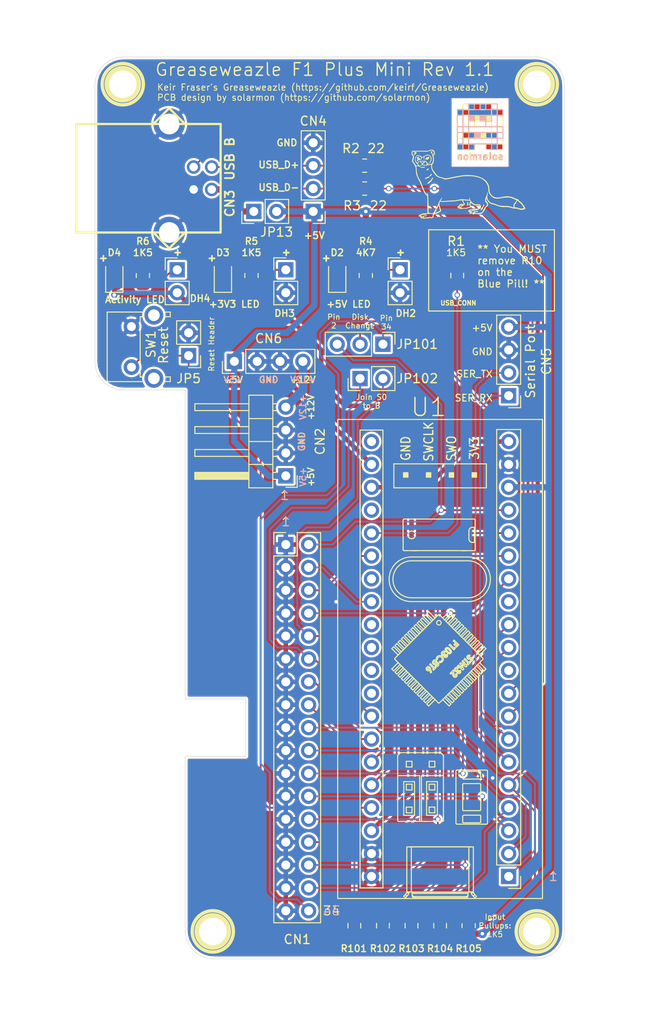
<source format=kicad_pcb>
(kicad_pcb (version 20171130) (host pcbnew "(5.1.9)-1")
  (title_block (title "Greaseweazle F1 Plus Mini") (date 2021-06-25) (rev 1) (company solarmon))
  (layers (0 F.Cu signal) (31 B.Cu signal) (34 B.Paste user) (35 F.Paste user) (36 B.SilkS user) (37 F.SilkS user) (38 B.Mask user) (39 F.Mask user) (44 Edge.Cuts user))
  (net 0 "")
  (net 1 GND)
  (net 2 +3V3)
  (net 3 +5V)
  (net 4 /_SIDE)
  (net 5 /_DKRD)
  (net 6 /_WRPROT)
  (net 7 /_TRK0)
  (net 8 /_DKWE)
  (net 9 /_DKWD)
  (net 10 /_STEP)
  (net 11 /_DIR)
  (net 12 /_INDEX)
  (net 13 /_DENSEL)
  (net 14 /USB_CONN)
  (net 15 "Net-(U1-Pad13)")
  (net 16 "Net-(U1-Pad32)")
  (net 17 "Net-(U1-Pad31)")
  (net 18 "Net-(U1-Pad30)")
  (net 19 "Net-(U1-Pad10)")
  (net 20 "Net-(U1-Pad29)")
  (net 21 /SER_RX)
  (net 22 /SER_TX)
  (net 23 "Net-(U1-Pad21)")
  (net 24 /USB_D+)
  (net 25 /USB_D-)
  (net 26 "Net-(D2-Pad2)")
  (net 27 /_ACT)
  (net 28 /_RST)
  (net 29 "Net-(D3-Pad2)")
  (net 30 "Net-(D4-Pad2)")
  (net 31 /USB_CONN_D+)
  (net 32 /USB_CONN_D-)
  (net 33 /ID1)
  (net 34 /FLIPPY)
  (net 35 /SPARE2)
  (net 36 /SPARE1)
  (net 37 /_MTR0)
  (net 38 /_SEL0)
  (net 39 /_SEL1)
  (net 40 /_MTR1)
  (net 41 /_RDY)
  (net 42 "Net-(CN2-Pad4)")
  (net 43 "Net-(CN1-Pad34)")
  (net 44 "Net-(CN3-Pad1)")
  (module Connector_PinHeader_2.54mm:PinHeader_1x02_P2.54mm_Vertical (layer F.Cu) (at 114.554 55.118 90)
    (fp_text reference JP13 (at -2.286 2.54 180) (layer F.SilkS))
    (fp_text value Jumper_NC_Small)
    (pad 2 thru_hole oval (at 0 2.54 90) (size 1.7 1.7) (drill 1) (layers *.Cu *.Mask) (net 3 +5V))
    (pad 1 thru_hole rect (at 0 0 90) (size 1.7 1.7) (drill 1) (layers *.Cu *.Mask) (net 44 "Net-(CN3-Pad1)"))
  )
  (module Connector_PinHeader_2.54mm:PinHeader_1x04_P2.54mm_Vertical (layer F.Cu) (at 112.395 71.755 90)
    (fp_text reference CN6 (at 2.54 3.81 180) (layer F.SilkS))
    (fp_text value "Input Floppy Power")
    (pad 4 thru_hole oval (at 0 7.62 90) (size 1.7 1.7) (drill 1) (layers *.Cu *.Mask) (net 42 "Net-(CN2-Pad4)"))
    (pad 3 thru_hole oval (at 0 5.08 90) (size 1.7 1.7) (drill 1) (layers *.Cu *.Mask) (net 1 GND))
    (pad 2 thru_hole oval (at 0 2.54 90) (size 1.7 1.7) (drill 1) (layers *.Cu *.Mask) (net 1 GND))
    (pad 1 thru_hole rect (at 0 0 90) (size 1.7 1.7) (drill 1) (layers *.Cu *.Mask) (net 3 +5V))
  )
  (module Connector_PinHeader_2.54mm:PinHeader_1x02_P2.54mm_Vertical (layer F.Cu) (at 126.365 73.66 90)
    (fp_text reference JP102 (at 0 6.35 180) (layer F.SilkS))
    (fp_text value Jumper_NO_Small)
    (pad 2 thru_hole oval (at 0 2.54 90) (size 1.7 1.7) (drill 1) (layers *.Cu *.Mask) (net 37 /_MTR0))
    (pad 1 thru_hole rect (at 0 0 90) (size 1.7 1.7) (drill 1) (layers *.Cu *.Mask) (net 39 /_SEL1))
  )
  (module Connector_PinHeader_2.54mm:PinHeader_1x03_P2.54mm_Vertical (layer F.Cu) (at 128.905 69.85 270)
    (fp_text reference JP101 (at 0 -3.81 180) (layer F.SilkS))
    (fp_text value Jumper_3_Bridged12)
    (pad 3 thru_hole oval (at 0 5.08 270) (size 1.7 1.7) (drill 1) (layers *.Cu *.Mask) (net 13 /_DENSEL))
    (pad 2 thru_hole oval (at 0 2.54 270) (size 1.7 1.7) (drill 1) (layers *.Cu *.Mask) (net 41 /_RDY))
    (pad 1 thru_hole rect (at 0 0 270) (size 1.7 1.7) (drill 1) (layers *.Cu *.Mask) (net 43 "Net-(CN1-Pad34)"))
  )
  (module Kicad-STM32-master:YAAJ_BluePill_1 (layer F.Cu) (at 142.875 128.905 180)
    (fp_text reference U1 (at 8.89 52.07) (layer F.SilkS) (effects (font (size 2 2))))
    (fp_text value "Blue Pill" hide)
    (fp_text user 3V3 (at 3.81 47.498 90 unlocked) (layer F.SilkS) (effects (font (size 1 0.9))))
    (fp_text user SWO (at 6.35 47.498 90 unlocked) (layer F.SilkS) (effects (font (size 1 0.9))))
    (fp_text user SWCLK (at 8.89 48.26 90 unlocked) (layer F.SilkS) (effects (font (size 1 0.9))))
    (fp_text user GND (at 11.43 47.498 90 unlocked) (layer F.SilkS) (effects (font (size 1 0.9))))
    (pad 40 thru_hole circle (at 15.24 0 180) (size 1.7 1.7) (drill 1) (layers *.Cu *.Mask) (net 1 GND))
    (pad 1 thru_hole rect (at 0 0 180) (size 1.7 1.7) (drill 1) (layers *.Cu *.Mask) (net 11 /_DIR))
    (pad 39 thru_hole circle (at 15.24 2.54 180) (size 1.7 1.7) (drill 1) (layers *.Cu *.Mask) (net 1 GND))
    (pad 2 thru_hole circle (at 0 2.54 180) (size 1.7 1.7) (drill 1) (layers *.Cu *.Mask) (net 10 /_STEP))
    (pad 38 thru_hole circle (at 15.24 5.08 180) (size 1.7 1.7) (drill 1) (layers *.Cu *.Mask) (net 2 +3V3))
    (pad 3 thru_hole circle (at 0 5.08 180) (size 1.7 1.7) (drill 1) (layers *.Cu *.Mask) (net 8 /_DKWE))
    (pad 37 thru_hole circle (at 15.24 7.62 180) (size 1.7 1.7) (drill 1) (layers *.Cu *.Mask) (net 28 /_RST))
    (pad 4 thru_hole circle (at 0 7.62 180) (size 1.7 1.7) (drill 1) (layers *.Cu *.Mask) (net 4 /_SIDE))
    (pad 36 thru_hole circle (at 15.24 10.16 180) (size 1.7 1.7) (drill 1) (layers *.Cu *.Mask) (net 37 /_MTR0))
    (pad 5 thru_hole circle (at 0 10.16 180) (size 1.7 1.7) (drill 1) (layers *.Cu *.Mask) (net 41 /_RDY))
    (pad 35 thru_hole circle (at 15.24 12.7 180) (size 1.7 1.7) (drill 1) (layers *.Cu *.Mask) (net 38 /_SEL0))
    (pad 6 thru_hole circle (at 0 12.7 180) (size 1.7 1.7) (drill 1) (layers *.Cu *.Mask) (net 22 /SER_TX))
    (pad 34 thru_hole circle (at 15.24 15.24 180) (size 1.7 1.7) (drill 1) (layers *.Cu *.Mask) (net 40 /_MTR1))
    (pad 7 thru_hole circle (at 0 15.24 180) (size 1.7 1.7) (drill 1) (layers *.Cu *.Mask) (net 21 /SER_RX))
    (pad 33 thru_hole circle (at 15.24 17.78 180) (size 1.7 1.7) (drill 1) (layers *.Cu *.Mask) (net 39 /_SEL1))
    (pad 8 thru_hole circle (at 0 17.78 180) (size 1.7 1.7) (drill 1) (layers *.Cu *.Mask) (net 25 /USB_D-))
    (pad 32 thru_hole circle (at 15.24 20.32 180) (size 1.7 1.7) (drill 1) (layers *.Cu *.Mask) (net 16 "Net-(U1-Pad32)"))
    (pad 9 thru_hole circle (at 0 20.32 180) (size 1.7 1.7) (drill 1) (layers *.Cu *.Mask) (net 24 /USB_D+))
    (pad 31 thru_hole circle (at 15.24 22.86 180) (size 1.7 1.7) (drill 1) (layers *.Cu *.Mask) (net 17 "Net-(U1-Pad31)"))
    (pad 10 thru_hole circle (at 0 22.86 180) (size 1.7 1.7) (drill 1) (layers *.Cu *.Mask) (net 19 "Net-(U1-Pad10)"))
    (pad 30 thru_hole circle (at 15.24 25.4 180) (size 1.7 1.7) (drill 1) (layers *.Cu *.Mask) (net 18 "Net-(U1-Pad30)"))
    (pad 11 thru_hole circle (at 0 25.4 180) (size 1.7 1.7) (drill 1) (layers *.Cu *.Mask) (net 5 /_DKRD))
    (pad 29 thru_hole circle (at 15.24 27.94 180) (size 1.7 1.7) (drill 1) (layers *.Cu *.Mask) (net 20 "Net-(U1-Pad29)"))
    (pad 12 thru_hole circle (at 0 27.94 180) (size 1.7 1.7) (drill 1) (layers *.Cu *.Mask) (net 9 /_DKWD))
    (pad 28 thru_hole circle (at 15.24 30.48 180) (size 1.7 1.7) (drill 1) (layers *.Cu *.Mask) (net 36 /SPARE1))
    (pad 13 thru_hole circle (at 0 30.48 180) (size 1.7 1.7) (drill 1) (layers *.Cu *.Mask) (net 15 "Net-(U1-Pad13)"))
    (pad 27 thru_hole circle (at 15.24 33.02 180) (size 1.7 1.7) (drill 1) (layers *.Cu *.Mask) (net 34 /FLIPPY))
    (pad 14 thru_hole circle (at 0 33.02 180) (size 1.7 1.7) (drill 1) (layers *.Cu *.Mask) (net 12 /_INDEX))
    (pad 26 thru_hole circle (at 15.24 35.56 180) (size 1.7 1.7) (drill 1) (layers *.Cu *.Mask) (net 35 /SPARE2))
    (pad 15 thru_hole circle (at 0 35.56 180) (size 1.7 1.7) (drill 1) (layers *.Cu *.Mask) (net 7 /_TRK0))
    (pad 25 thru_hole circle (at 15.24 38.1 180) (size 1.7 1.7) (drill 1) (layers *.Cu *.Mask) (net 14 /USB_CONN))
    (pad 16 thru_hole circle (at 0 38.1 180) (size 1.7 1.7) (drill 1) (layers *.Cu *.Mask) (net 6 /_WRPROT))
    (pad 24 thru_hole circle (at 15.24 40.64 180) (size 1.7 1.7) (drill 1) (layers *.Cu *.Mask) (net 33 /ID1))
    (pad 17 thru_hole circle (at 0 40.64 180) (size 1.7 1.7) (drill 1) (layers *.Cu *.Mask) (net 13 /_DENSEL))
    (pad 23 thru_hole circle (at 15.24 43.18 180) (size 1.7 1.7) (drill 1) (layers *.Cu *.Mask) (net 2 +3V3))
    (pad 18 thru_hole circle (at 0 43.18 180) (size 1.7 1.7) (drill 1) (layers *.Cu *.Mask) (net 3 +5V))
    (pad 22 thru_hole circle (at 15.24 45.72 180) (size 1.7 1.7) (drill 1) (layers *.Cu *.Mask) (net 27 /_ACT))
    (pad 19 thru_hole circle (at 0 45.72 180) (size 1.7 1.7) (drill 1) (layers *.Cu *.Mask) (net 1 GND))
    (pad 21 thru_hole circle (at 15.24 48.26 180) (size 1.7 1.7) (drill 1) (layers *.Cu *.Mask) (net 23 "Net-(U1-Pad21)"))
    (pad 20 thru_hole circle (at 0 48.26 180) (size 1.7 1.7) (drill 1) (layers *.Cu *.Mask) (net 2 +3V3))
  )
  (module Button_Switch_THT:SW_Tactile_SPST_Angled_PTS645Vx83-2LFS (layer F.Cu) (at 100.965 72.39 90)
    (fp_text reference SW1 (at 2.54 2.159 90) (layer F.SilkS))
    (fp_text value Reset (at 2.413 3.556 90) (layer F.SilkS))
    (pad "" thru_hole circle (at -1.25 2.49 90) (size 2.1 2.1) (drill 1.3) (layers *.Cu *.Mask))
    (pad 1 thru_hole circle (at 0 0 90) (size 1.75 1.75) (drill 0.99) (layers *.Cu *.Mask) (net 28 /_RST))
    (pad 2 thru_hole circle (at 4.5 0 90) (size 1.75 1.75) (drill 0.99) (layers *.Cu *.Mask) (net 1 GND))
    (pad "" thru_hole circle (at 5.76 2.49 90) (size 2.1 2.1) (drill 1.3) (layers *.Cu *.Mask))
  )
  (module Connector_PinHeader_2.54mm:PinHeader_1x04_P2.54mm_Vertical (layer F.Cu) (at 142.875 75.565 180)
    (fp_text reference CN5 (at -4.191 3.81 90) (layer F.SilkS))
    (fp_text value "Serial Port" (at -2.413 3.81 90) (layer F.SilkS))
    (pad 4 thru_hole oval (at 0 7.62 180) (size 1.7 1.7) (drill 1) (layers *.Cu *.Mask) (net 3 +5V))
    (pad 3 thru_hole oval (at 0 5.08 180) (size 1.7 1.7) (drill 1) (layers *.Cu *.Mask) (net 1 GND))
    (pad 2 thru_hole oval (at 0 2.54 180) (size 1.7 1.7) (drill 1) (layers *.Cu *.Mask) (net 22 /SER_TX))
    (pad 1 thru_hole rect (at 0 0 180) (size 1.7 1.7) (drill 1) (layers *.Cu *.Mask) (net 21 /SER_RX))
  )
  (module Connector_PinHeader_2.54mm:PinHeader_1x04_P2.54mm_Vertical (layer F.Cu) (at 121.158 55.118 180)
    (fp_text reference CN4 (at 0 10.033) (layer F.SilkS))
    (fp_text value "USB Header")
    (pad 4 thru_hole oval (at 0 7.62 180) (size 1.7 1.7) (drill 1) (layers *.Cu *.Mask) (net 1 GND))
    (pad 3 thru_hole oval (at 0 5.08 180) (size 1.7 1.7) (drill 1) (layers *.Cu *.Mask) (net 31 /USB_CONN_D+))
    (pad 2 thru_hole oval (at 0 2.54 180) (size 1.7 1.7) (drill 1) (layers *.Cu *.Mask) (net 32 /USB_CONN_D-))
    (pad 1 thru_hole rect (at 0 0 180) (size 1.7 1.7) (drill 1) (layers *.Cu *.Mask) (net 3 +5V))
  )
  (module Resistor_SMD:R_0805_2012Metric (layer F.Cu) (at 126.873 52.578 180)
    (fp_text reference R3 (at 1.397 -1.905) (layer F.SilkS))
    (fp_text value 22 (at -1.524 -1.905) (layer F.SilkS))
    (pad 2 smd roundrect (at 0.9125 0 180) (size 1.025 1.4) (layers F.Cu F.Paste F.Mask) (roundrect_rratio 0.2439004878048781) (net 32 /USB_CONN_D-))
    (pad 1 smd roundrect (at -0.9125 0 180) (size 1.025 1.4) (layers F.Cu F.Paste F.Mask) (roundrect_rratio 0.2439004878048781) (net 25 /USB_D-))
  )
  (module Resistor_SMD:R_0805_2012Metric (layer F.Cu) (at 126.873 50.038 180)
    (fp_text reference R2 (at 1.524 1.905) (layer F.SilkS))
    (fp_text value 22 (at -1.27 1.905) (layer F.SilkS))
    (pad 2 smd roundrect (at 0.9125 0 180) (size 1.025 1.4) (layers F.Cu F.Paste F.Mask) (roundrect_rratio 0.2439004878048781) (net 31 /USB_CONN_D+))
    (pad 1 smd roundrect (at -0.9125 0 180) (size 1.025 1.4) (layers F.Cu F.Paste F.Mask) (roundrect_rratio 0.2439004878048781) (net 24 /USB_D+))
  )
  (module solarmon_library:HOLE_3MM (layer F.Cu) (at 146 135)
    (fp_text reference H4 hide)
    (fp_text value MountingHole_Pad hide)
    (pad 1 thru_hole circle (at 0 0) (size 4.064 4.064) (drill 3.048) (layers *.Cu *.Mask F.SilkS) (net 1 GND) (clearance 1))
  )
  (module solarmon_library:HOLE_3MM (layer F.Cu) (at 110 135)
    (fp_text reference H3 hide)
    (fp_text value MountingHole_Pad hide)
    (pad 1 thru_hole circle (at 0 0) (size 4.064 4.064) (drill 3.048) (layers *.Cu *.Mask F.SilkS) (net 1 GND) (clearance 1))
  )
  (module solarmon_library:HOLE_3MM (layer F.Cu) (at 146 41)
    (fp_text reference H2 hide)
    (fp_text value MountingHole_Pad hide)
    (pad 1 thru_hole circle (at 0 0) (size 4.064 4.064) (drill 3.048) (layers *.Cu *.Mask F.SilkS) (net 1 GND) (clearance 1))
  )
  (module solarmon_library:HOLE_3MM (layer F.Cu) (at 100 41)
    (fp_text reference H1 hide)
    (fp_text value MountingHole_Pad hide)
    (pad 1 thru_hole circle (at 0 0) (size 4.064 4.064) (drill 3.048) (layers *.Cu *.Mask F.SilkS) (net 1 GND) (clearance 1))
  )
  (module Connector_PinHeader_2.54mm:PinHeader_1x02_P2.54mm_Vertical (layer F.Cu) (at 130.81 61.595)
    (fp_text reference DH2 (at 0.635 4.826) (layer F.SilkS) (effects (font (size 0.75 0.75))))
    (fp_text value Conn_01x02)
    (pad 2 thru_hole oval (at 0 2.54) (size 1.7 1.7) (drill 1) (layers *.Cu *.Mask) (net 1 GND))
    (pad 1 thru_hole rect (at 0 0) (size 1.7 1.7) (drill 1) (layers *.Cu *.Mask) (net 26 "Net-(D2-Pad2)"))
  )
  (module Connector_PinHeader_2.54mm:PinHeader_1x02_P2.54mm_Vertical (layer F.Cu) (at 118.11 61.595)
    (fp_text reference DH3 (at -0.127 4.826) (layer F.SilkS) (effects (font (size 0.75 0.75))))
    (fp_text value Conn_01x02)
    (pad 2 thru_hole oval (at 0 2.54) (size 1.7 1.7) (drill 1) (layers *.Cu *.Mask) (net 1 GND))
    (pad 1 thru_hole rect (at 0 0) (size 1.7 1.7) (drill 1) (layers *.Cu *.Mask) (net 29 "Net-(D3-Pad2)"))
  )
  (module Connector_PinHeader_2.54mm:PinHeader_1x02_P2.54mm_Vertical (layer F.Cu) (at 106.045 61.595)
    (fp_text reference DH4 (at 2.54 3.175) (layer F.SilkS) (effects (font (size 0.75 0.75))))
    (fp_text value Conn_01x02)
    (pad 2 thru_hole oval (at 0 2.54) (size 1.7 1.7) (drill 1) (layers *.Cu *.Mask) (net 27 /_ACT))
    (pad 1 thru_hole rect (at 0 0) (size 1.7 1.7) (drill 1) (layers *.Cu *.Mask) (net 30 "Net-(D4-Pad2)"))
  )
  (module solarmon_library:solarmon-logo-25mils (layer B.Cu) (at 139.7 46.355 180)
    (fp_text reference solarmon (at 0 -2.667) (layer B.SilkS) (effects (font (size 0.75 0.75)) (justify mirror)))
    (fp_text value solarmon-logo-25mils)
    (fp_poly (pts (xy 2.54 1.905) (xy 1.905 1.905) (xy 1.905 2.54) (xy 2.54 2.54)) (layer B.Cu) (width 0.1))
    (fp_poly (pts (xy 2.54 -1.905) (xy 1.905 -1.905) (xy 1.905 -1.27) (xy 2.54 -1.27)) (layer B.Cu) (width 0.1))
    (fp_poly (pts (xy 1.27 2.54) (xy 0.635 2.54) (xy 0.635 3.175) (xy 1.27 3.175)) (layer B.Cu) (width 0.1))
    (fp_poly (pts (xy 1.27 1.905) (xy 0.635 1.905) (xy 0.635 2.54) (xy 1.27 2.54)) (layer B.Cu) (width 0.1))
    (fp_poly (pts (xy 0.635 1.905) (xy 0 1.905) (xy 0 2.54) (xy 0.635 2.54)) (layer B.Cu) (width 0.1))
    (fp_poly (pts (xy 0 1.905) (xy -0.635 1.905) (xy -0.635 2.54) (xy 0 2.54)) (layer B.Cu) (width 0.1))
    (fp_poly (pts (xy 0 2.54) (xy -0.635 2.54) (xy -0.635 3.175) (xy 0 3.175)) (layer B.Cu) (width 0.1))
    (fp_poly (pts (xy -0.635 1.905) (xy -1.27 1.905) (xy -1.27 2.54) (xy -0.635 2.54)) (layer B.Cu) (width 0.1))
    (fp_poly (pts (xy -1.27 1.905) (xy -1.905 1.905) (xy -1.905 2.54) (xy -1.27 2.54)) (layer B.Cu) (width 0.1))
    (fp_poly (pts (xy -1.27 -0.635) (xy -1.905 -0.635) (xy -1.905 0) (xy -1.27 0)) (layer B.Cu) (width 0.1))
    (fp_poly (pts (xy -0.635 -0.635) (xy -1.27 -0.635) (xy -1.27 0) (xy -0.635 0)) (layer B.Cu) (width 0.1))
    (fp_poly (pts (xy 0 -0.635) (xy -0.635 -0.635) (xy -0.635 0) (xy 0 0)) (layer B.Cu) (width 0.1))
    (fp_poly (pts (xy 1.27 -0.635) (xy 0.635 -0.635) (xy 0.635 0) (xy 1.27 0)) (layer B.Cu) (width 0.1))
    (fp_poly (pts (xy 1.27 -1.905) (xy 0.635 -1.905) (xy 0.635 -1.27) (xy 1.27 -1.27)) (layer B.Cu) (width 0.1))
    (fp_poly (pts (xy -1.27 -1.905) (xy -1.905 -1.905) (xy -1.905 -1.27) (xy -1.27 -1.27)) (layer B.Cu) (width 0.1))
  )
  (module solarmon_library:solarmon-logo-25mils (layer F.Cu) (at 139.7 46.355)
    (fp_text reference solarmon (at 0 2.667) (layer F.SilkS) (effects (font (size 0.75 0.75))))
    (fp_text value solarmon-logo-25mils)
    (fp_poly (pts (xy -1.27 1.905) (xy -1.905 1.905) (xy -1.905 1.27) (xy -1.27 1.27)) (layer F.Cu) (width 0.1))
    (fp_poly (pts (xy 1.27 1.905) (xy 0.635 1.905) (xy 0.635 1.27) (xy 1.27 1.27)) (layer F.Cu) (width 0.1))
    (fp_poly (pts (xy 1.27 0.635) (xy 0.635 0.635) (xy 0.635 0) (xy 1.27 0)) (layer F.Cu) (width 0.1))
    (fp_poly (pts (xy 0 0.635) (xy -0.635 0.635) (xy -0.635 0) (xy 0 0)) (layer F.Cu) (width 0.1))
    (fp_poly (pts (xy -0.635 0.635) (xy -1.27 0.635) (xy -1.27 0) (xy -0.635 0)) (layer F.Cu) (width 0.1))
    (fp_poly (pts (xy -1.27 0.635) (xy -1.905 0.635) (xy -1.905 0) (xy -1.27 0)) (layer F.Cu) (width 0.1))
    (fp_poly (pts (xy -1.27 -1.905) (xy -1.905 -1.905) (xy -1.905 -2.54) (xy -1.27 -2.54)) (layer F.Cu) (width 0.1))
    (fp_poly (pts (xy -0.635 -1.905) (xy -1.27 -1.905) (xy -1.27 -2.54) (xy -0.635 -2.54)) (layer F.Cu) (width 0.1))
    (fp_poly (pts (xy 0 -2.54) (xy -0.635 -2.54) (xy -0.635 -3.175) (xy 0 -3.175)) (layer F.Cu) (width 0.1))
    (fp_poly (pts (xy 0 -1.905) (xy -0.635 -1.905) (xy -0.635 -2.54) (xy 0 -2.54)) (layer F.Cu) (width 0.1))
    (fp_poly (pts (xy 0.635 -1.905) (xy 0 -1.905) (xy 0 -2.54) (xy 0.635 -2.54)) (layer F.Cu) (width 0.1))
    (fp_poly (pts (xy 1.27 -1.905) (xy 0.635 -1.905) (xy 0.635 -2.54) (xy 1.27 -2.54)) (layer F.Cu) (width 0.1))
    (fp_poly (pts (xy 1.27 -2.54) (xy 0.635 -2.54) (xy 0.635 -3.175) (xy 1.27 -3.175)) (layer F.Cu) (width 0.1))
    (fp_poly (pts (xy 2.54 1.905) (xy 1.905 1.905) (xy 1.905 1.27) (xy 2.54 1.27)) (layer F.Cu) (width 0.1))
    (fp_poly (pts (xy 2.54 -1.905) (xy 1.905 -1.905) (xy 1.905 -2.54) (xy 2.54 -2.54)) (layer F.Cu) (width 0.1))
  )
  (module Resistor_SMD:R_0805_2012Metric_Pad1.20x1.40mm_HandSolder (layer F.Cu) (at 127 62.23 90)
    (fp_text reference R4 (at 3.81 0 180) (layer F.SilkS) (effects (font (size 0.75 0.75))))
    (fp_text value 4K7 (at 2.54 0 180) (layer F.SilkS) (effects (font (size 0.75 0.75))))
    (pad 2 smd roundrect (at 1 0 90) (size 1.2 1.4) (layers F.Cu F.Paste F.Mask) (roundrect_rratio 0.2083325) (net 3 +5V))
    (pad 1 smd roundrect (at -1 0 90) (size 1.2 1.4) (layers F.Cu F.Paste F.Mask) (roundrect_rratio 0.2083325) (net 26 "Net-(D2-Pad2)"))
  )
  (module Resistor_SMD:R_0805_2012Metric_Pad1.20x1.40mm_HandSolder (layer F.Cu) (at 102.235 62.23 90)
    (fp_text reference R6 (at 3.81 0 180) (layer F.SilkS) (effects (font (size 0.75 0.75))))
    (fp_text value 1K5 (at 2.54 0 180) (layer F.SilkS) (effects (font (size 0.75 0.75))))
    (pad 2 smd roundrect (at 1 0 90) (size 1.2 1.4) (layers F.Cu F.Paste F.Mask) (roundrect_rratio 0.2083325) (net 2 +3V3))
    (pad 1 smd roundrect (at -1 0 90) (size 1.2 1.4) (layers F.Cu F.Paste F.Mask) (roundrect_rratio 0.2083325) (net 30 "Net-(D4-Pad2)"))
  )
  (module Resistor_SMD:R_0805_2012Metric_Pad1.20x1.40mm_HandSolder (layer F.Cu) (at 114.3 62.23 90)
    (fp_text reference R5 (at 3.81 0 180) (layer F.SilkS) (effects (font (size 0.75 0.75))))
    (fp_text value 1K5 (at 2.54 0 180) (layer F.SilkS) (effects (font (size 0.75 0.75))))
    (pad 2 smd roundrect (at 1 0 90) (size 1.2 1.4) (layers F.Cu F.Paste F.Mask) (roundrect_rratio 0.2083325) (net 2 +3V3))
    (pad 1 smd roundrect (at -1 0 90) (size 1.2 1.4) (layers F.Cu F.Paste F.Mask) (roundrect_rratio 0.2083325) (net 29 "Net-(D3-Pad2)"))
  )
  (module LED_SMD:LED_0805_2012Metric_Pad1.15x1.40mm_HandSolder (layer F.Cu) (at 123.825 62.23 90)
    (fp_text reference D2 (at 2.54 0 180) (layer F.SilkS) (effects (font (size 0.75 0.75))))
    (fp_text value "+5V LED")
    (pad 2 smd roundrect (at 1.025 0 90) (size 1.15 1.4) (layers F.Cu F.Paste F.Mask) (roundrect_rratio 0.2173904347826087) (net 26 "Net-(D2-Pad2)"))
    (pad 1 smd roundrect (at -1.025 0 90) (size 1.15 1.4) (layers F.Cu F.Paste F.Mask) (roundrect_rratio 0.2173904347826087) (net 1 GND))
  )
  (module LED_SMD:LED_0805_2012Metric_Pad1.15x1.40mm_HandSolder (layer F.Cu) (at 99.06 62.23 90)
    (fp_text reference D4 (at 2.54 0 180) (layer F.SilkS) (effects (font (size 0.75 0.75))))
    (fp_text value "ACT LED")
    (pad 2 smd roundrect (at 1.025 0 90) (size 1.15 1.4) (layers F.Cu F.Paste F.Mask) (roundrect_rratio 0.2173904347826087) (net 30 "Net-(D4-Pad2)"))
    (pad 1 smd roundrect (at -1.025 0 90) (size 1.15 1.4) (layers F.Cu F.Paste F.Mask) (roundrect_rratio 0.2173904347826087) (net 27 /_ACT))
  )
  (module LED_SMD:LED_0805_2012Metric_Pad1.15x1.40mm_HandSolder (layer F.Cu) (at 111.125 62.23 90)
    (fp_text reference D3 (at 2.54 0 180) (layer F.SilkS) (effects (font (size 0.75 0.75))))
    (fp_text value "+3V3 LED")
    (pad 2 smd roundrect (at 1.025 0 90) (size 1.15 1.4) (layers F.Cu F.Paste F.Mask) (roundrect_rratio 0.2173904347826087) (net 29 "Net-(D3-Pad2)"))
    (pad 1 smd roundrect (at -1.025 0 90) (size 1.15 1.4) (layers F.Cu F.Paste F.Mask) (roundrect_rratio 0.2173904347826087) (net 1 GND))
  )
  (module solarmon_library:solarmon-logo-25mils (layer B.Cu) (at 139.7 46.355 180)
    (fp_text reference solarmon (at 0 -2.667) (layer B.SilkS) (effects (font (size 0.75 0.75)) (justify mirror)))
    (fp_text value solarmon-logo-25mils)
    (fp_poly (pts (xy -1.27 -1.905) (xy -1.905 -1.905) (xy -1.905 -1.27) (xy -1.27 -1.27)) (layer B.Cu) (width 0.1))
    (fp_poly (pts (xy 1.27 -1.905) (xy 0.635 -1.905) (xy 0.635 -1.27) (xy 1.27 -1.27)) (layer B.Cu) (width 0.1))
    (fp_poly (pts (xy 1.27 -0.635) (xy 0.635 -0.635) (xy 0.635 0) (xy 1.27 0)) (layer B.Cu) (width 0.1))
    (fp_poly (pts (xy 0 -0.635) (xy -0.635 -0.635) (xy -0.635 0) (xy 0 0)) (layer B.Cu) (width 0.1))
    (fp_poly (pts (xy -0.635 -0.635) (xy -1.27 -0.635) (xy -1.27 0) (xy -0.635 0)) (layer B.Cu) (width 0.1))
    (fp_poly (pts (xy -1.27 -0.635) (xy -1.905 -0.635) (xy -1.905 0) (xy -1.27 0)) (layer B.Cu) (width 0.1))
    (fp_poly (pts (xy -1.27 1.905) (xy -1.905 1.905) (xy -1.905 2.54) (xy -1.27 2.54)) (layer B.Cu) (width 0.1))
    (fp_poly (pts (xy -0.635 1.905) (xy -1.27 1.905) (xy -1.27 2.54) (xy -0.635 2.54)) (layer B.Cu) (width 0.1))
    (fp_poly (pts (xy 0 2.54) (xy -0.635 2.54) (xy -0.635 3.175) (xy 0 3.175)) (layer B.Cu) (width 0.1))
    (fp_poly (pts (xy 0 1.905) (xy -0.635 1.905) (xy -0.635 2.54) (xy 0 2.54)) (layer B.Cu) (width 0.1))
    (fp_poly (pts (xy 0.635 1.905) (xy 0 1.905) (xy 0 2.54) (xy 0.635 2.54)) (layer B.Cu) (width 0.1))
    (fp_poly (pts (xy 1.27 1.905) (xy 0.635 1.905) (xy 0.635 2.54) (xy 1.27 2.54)) (layer B.Cu) (width 0.1))
    (fp_poly (pts (xy 1.27 2.54) (xy 0.635 2.54) (xy 0.635 3.175) (xy 1.27 3.175)) (layer B.Cu) (width 0.1))
    (fp_poly (pts (xy 2.54 -1.905) (xy 1.905 -1.905) (xy 1.905 -1.27) (xy 2.54 -1.27)) (layer B.Cu) (width 0.1))
    (fp_poly (pts (xy 2.54 1.905) (xy 1.905 1.905) (xy 1.905 2.54) (xy 2.54 2.54)) (layer B.Cu) (width 0.1))
  )
  (module solarmon_library:solarmon-logo-25mils (layer F.Cu) (at 139.7 46.355)
    (fp_text reference solarmon (at 0 2.667) (layer F.SilkS) (effects (font (size 0.75 0.75))))
    (fp_text value solarmon-logo-25mils)
    (fp_poly (pts (xy 2.54 -1.905) (xy 1.905 -1.905) (xy 1.905 -2.54) (xy 2.54 -2.54)) (layer F.Cu) (width 0.1))
    (fp_poly (pts (xy 2.54 1.905) (xy 1.905 1.905) (xy 1.905 1.27) (xy 2.54 1.27)) (layer F.Cu) (width 0.1))
    (fp_poly (pts (xy 1.27 -2.54) (xy 0.635 -2.54) (xy 0.635 -3.175) (xy 1.27 -3.175)) (layer F.Cu) (width 0.1))
    (fp_poly (pts (xy 1.27 -1.905) (xy 0.635 -1.905) (xy 0.635 -2.54) (xy 1.27 -2.54)) (layer F.Cu) (width 0.1))
    (fp_poly (pts (xy 0.635 -1.905) (xy 0 -1.905) (xy 0 -2.54) (xy 0.635 -2.54)) (layer F.Cu) (width 0.1))
    (fp_poly (pts (xy 0 -1.905) (xy -0.635 -1.905) (xy -0.635 -2.54) (xy 0 -2.54)) (layer F.Cu) (width 0.1))
    (fp_poly (pts (xy 0 -2.54) (xy -0.635 -2.54) (xy -0.635 -3.175) (xy 0 -3.175)) (layer F.Cu) (width 0.1))
    (fp_poly (pts (xy -0.635 -1.905) (xy -1.27 -1.905) (xy -1.27 -2.54) (xy -0.635 -2.54)) (layer F.Cu) (width 0.1))
    (fp_poly (pts (xy -1.27 -1.905) (xy -1.905 -1.905) (xy -1.905 -2.54) (xy -1.27 -2.54)) (layer F.Cu) (width 0.1))
    (fp_poly (pts (xy -1.27 0.635) (xy -1.905 0.635) (xy -1.905 0) (xy -1.27 0)) (layer F.Cu) (width 0.1))
    (fp_poly (pts (xy -0.635 0.635) (xy -1.27 0.635) (xy -1.27 0) (xy -0.635 0)) (layer F.Cu) (width 0.1))
    (fp_poly (pts (xy 0 0.635) (xy -0.635 0.635) (xy -0.635 0) (xy 0 0)) (layer F.Cu) (width 0.1))
    (fp_poly (pts (xy 1.27 0.635) (xy 0.635 0.635) (xy 0.635 0) (xy 1.27 0)) (layer F.Cu) (width 0.1))
    (fp_poly (pts (xy 1.27 1.905) (xy 0.635 1.905) (xy 0.635 1.27) (xy 1.27 1.27)) (layer F.Cu) (width 0.1))
    (fp_poly (pts (xy -1.27 1.905) (xy -1.905 1.905) (xy -1.905 1.27) (xy -1.27 1.27)) (layer F.Cu) (width 0.1))
  )
  (module solarmon_library:WeasleLogo (layer F.Cu) (at 138.43 52.07)
    (fp_text reference G** hide)
    (fp_text value Weasle hide)
  )
  (module Resistor_SMD:R_0805_2012Metric (layer F.Cu) (at 138.43 134.366 90)
    (fp_text reference R105 (at -2.54 0 180) (layer F.SilkS) (effects (font (size 0.75 0.75))))
    (fp_text value 1K5 hide)
    (pad 2 smd roundrect (at 0.9125 0 90) (size 1.025 1.4) (layers F.Cu F.Paste F.Mask) (roundrect_rratio 0.2439004878048781) (net 41 /_RDY))
    (pad 1 smd roundrect (at -0.9125 0 90) (size 1.025 1.4) (layers F.Cu F.Paste F.Mask) (roundrect_rratio 0.2439004878048781) (net 3 +5V))
  )
  (module Connector_PinHeader_2.54mm:PinHeader_1x04_P2.54mm_Horizontal (layer F.Cu) (at 118.11 84.455 180)
    (fp_text reference CN2 (at -3.81 3.81 270) (layer F.SilkS))
    (fp_text value "Floppy Power" hide)
    (pad 1 thru_hole rect (at 0 0 180) (size 1.7 1.7) (drill 1) (layers *.Cu *.Mask) (net 3 +5V))
    (pad 2 thru_hole oval (at 0 2.54 180) (size 1.7 1.7) (drill 1) (layers *.Cu *.Mask) (net 1 GND))
    (pad 3 thru_hole oval (at 0 5.08 180) (size 1.7 1.7) (drill 1) (layers *.Cu *.Mask) (net 1 GND))
    (pad 4 thru_hole oval (at 0 7.62 180) (size 1.7 1.7) (drill 1) (layers *.Cu *.Mask) (net 42 "Net-(CN2-Pad4)"))
  )
  (module Connector_PinHeader_2.54mm:PinHeader_1x02_P2.54mm_Vertical (layer F.Cu) (at 107.315 71.12 180)
    (fp_text reference JP5 (at 0 -2.54) (layer F.SilkS))
    (fp_text value "Reset Header" (at -2.54 1.27 270) (layer F.SilkS) (effects (font (size 0.6 0.6) (thickness 0.1))))
    (pad 1 thru_hole rect (at 0 0 180) (size 1.7 1.7) (drill 1) (layers *.Cu *.Mask) (net 28 /_RST))
    (pad 2 thru_hole oval (at 0 2.54 180) (size 1.7 1.7) (drill 1) (layers *.Cu *.Mask) (net 1 GND))
  )
  (module w_conn_pc:conn_usb_B (layer F.Cu) (at 102.87 51.435 270)
    (fp_text reference CN3 (at 2.794 -9.017 90) (layer F.SilkS) (effects (font (thickness 0.2))))
    (fp_text value "USB B" (at -2.159 -9.017 90) (layer F.SilkS) (effects (font (thickness 0.2))))
    (pad 3 thru_hole circle (at -1.2446 -5.0038 270) (size 1.50114 1.50114) (drill 0.94996) (layers *.Cu *.Mask) (net 31 /USB_CONN_D+))
    (pad 4 thru_hole circle (at 1.2446 -5.0038 270) (size 1.50114 1.50114) (drill 0.94996) (layers *.Cu *.Mask) (net 1 GND))
    (pad 1 thru_hole circle (at 1.2446 -7.0104 270) (size 1.50114 1.50114) (drill 0.94996) (layers *.Cu *.Mask) (net 44 "Net-(CN3-Pad1)"))
    (pad 2 thru_hole circle (at -1.2446 -7.0104 270) (size 1.50114 1.50114) (drill 0.94996) (layers *.Cu *.Mask) (net 32 /USB_CONN_D-))
    (pad 5 thru_hole circle (at -6.0198 -2.286 270) (size 3.50012 3.50012) (drill 2.30124) (layers *.Cu *.Mask) (net 1 GND))
    (pad 5 thru_hole circle (at 6.0198 -2.286 270) (size 3.50012 3.50012) (drill 2.30124) (layers *.Cu *.Mask) (net 1 GND))
  )
  (module Connector_PinHeader_2.54mm:PinHeader_2x17_P2.54mm_Vertical (layer F.Cu) (at 118.11 92.075)
    (fp_text reference CN1 (at 1.27 43.815) (layer F.SilkS))
    (fp_text value "Floppy Data" hide)
    (pad 1 thru_hole rect (at 0 0) (size 1.7 1.7) (drill 1) (layers *.Cu *.Mask) (net 1 GND))
    (pad 2 thru_hole oval (at 2.54 0) (size 1.7 1.7) (drill 1) (layers *.Cu *.Mask) (net 13 /_DENSEL))
    (pad 3 thru_hole oval (at 0 2.54) (size 1.7 1.7) (drill 1) (layers *.Cu *.Mask) (net 1 GND))
    (pad 4 thru_hole oval (at 2.54 2.54) (size 1.7 1.7) (drill 1) (layers *.Cu *.Mask) (net 36 /SPARE1))
    (pad 5 thru_hole oval (at 0 5.08) (size 1.7 1.7) (drill 1) (layers *.Cu *.Mask) (net 1 GND))
    (pad 6 thru_hole oval (at 2.54 5.08) (size 1.7 1.7) (drill 1) (layers *.Cu *.Mask) (net 35 /SPARE2))
    (pad 7 thru_hole oval (at 0 7.62) (size 1.7 1.7) (drill 1) (layers *.Cu *.Mask) (net 1 GND))
    (pad 8 thru_hole oval (at 2.54 7.62) (size 1.7 1.7) (drill 1) (layers *.Cu *.Mask) (net 12 /_INDEX))
    (pad 9 thru_hole oval (at 0 10.16) (size 1.7 1.7) (drill 1) (layers *.Cu *.Mask) (net 1 GND))
    (pad 10 thru_hole oval (at 2.54 10.16) (size 1.7 1.7) (drill 1) (layers *.Cu *.Mask) (net 37 /_MTR0))
    (pad 11 thru_hole oval (at 0 12.7) (size 1.7 1.7) (drill 1) (layers *.Cu *.Mask) (net 1 GND))
    (pad 12 thru_hole oval (at 2.54 12.7) (size 1.7 1.7) (drill 1) (layers *.Cu *.Mask) (net 39 /_SEL1))
    (pad 13 thru_hole oval (at 0 15.24) (size 1.7 1.7) (drill 1) (layers *.Cu *.Mask) (net 1 GND))
    (pad 14 thru_hole oval (at 2.54 15.24) (size 1.7 1.7) (drill 1) (layers *.Cu *.Mask) (net 38 /_SEL0))
    (pad 15 thru_hole oval (at 0 17.78) (size 1.7 1.7) (drill 1) (layers *.Cu *.Mask) (net 1 GND))
    (pad 16 thru_hole oval (at 2.54 17.78) (size 1.7 1.7) (drill 1) (layers *.Cu *.Mask) (net 40 /_MTR1))
    (pad 17 thru_hole oval (at 0 20.32) (size 1.7 1.7) (drill 1) (layers *.Cu *.Mask) (net 1 GND))
    (pad 18 thru_hole oval (at 2.54 20.32) (size 1.7 1.7) (drill 1) (layers *.Cu *.Mask) (net 11 /_DIR))
    (pad 19 thru_hole oval (at 0 22.86) (size 1.7 1.7) (drill 1) (layers *.Cu *.Mask) (net 1 GND))
    (pad 20 thru_hole oval (at 2.54 22.86) (size 1.7 1.7) (drill 1) (layers *.Cu *.Mask) (net 10 /_STEP))
    (pad 21 thru_hole oval (at 0 25.4) (size 1.7 1.7) (drill 1) (layers *.Cu *.Mask) (net 1 GND))
    (pad 22 thru_hole oval (at 2.54 25.4) (size 1.7 1.7) (drill 1) (layers *.Cu *.Mask) (net 9 /_DKWD))
    (pad 23 thru_hole oval (at 0 27.94) (size 1.7 1.7) (drill 1) (layers *.Cu *.Mask) (net 1 GND))
    (pad 24 thru_hole oval (at 2.54 27.94) (size 1.7 1.7) (drill 1) (layers *.Cu *.Mask) (net 8 /_DKWE))
    (pad 25 thru_hole oval (at 0 30.48) (size 1.7 1.7) (drill 1) (layers *.Cu *.Mask) (net 1 GND))
    (pad 26 thru_hole oval (at 2.54 30.48) (size 1.7 1.7) (drill 1) (layers *.Cu *.Mask) (net 7 /_TRK0))
    (pad 27 thru_hole oval (at 0 33.02) (size 1.7 1.7) (drill 1) (layers *.Cu *.Mask) (net 1 GND))
    (pad 28 thru_hole oval (at 2.54 33.02) (size 1.7 1.7) (drill 1) (layers *.Cu *.Mask) (net 6 /_WRPROT))
    (pad 29 thru_hole oval (at 0 35.56) (size 1.7 1.7) (drill 1) (layers *.Cu *.Mask) (net 1 GND))
    (pad 30 thru_hole oval (at 2.54 35.56) (size 1.7 1.7) (drill 1) (layers *.Cu *.Mask) (net 5 /_DKRD))
    (pad 31 thru_hole oval (at 0 38.1) (size 1.7 1.7) (drill 1) (layers *.Cu *.Mask) (net 1 GND))
    (pad 32 thru_hole oval (at 2.54 38.1) (size 1.7 1.7) (drill 1) (layers *.Cu *.Mask) (net 4 /_SIDE))
    (pad 33 thru_hole oval (at 0 40.64) (size 1.7 1.7) (drill 1) (layers *.Cu *.Mask) (net 1 GND))
    (pad 34 thru_hole oval (at 2.54 40.64) (size 1.7 1.7) (drill 1) (layers *.Cu *.Mask) (net 43 "Net-(CN1-Pad34)"))
  )
  (module Resistor_SMD:R_0805_2012Metric (layer F.Cu) (at 135.255 134.366 90)
    (fp_text reference R104 (at -2.54 0 180) (layer F.SilkS) (effects (font (size 0.75 0.75))))
    (fp_text value 1K5 hide)
    (pad 1 smd roundrect (at -0.9375 0 90) (size 0.975 1.4) (layers F.Cu F.Paste F.Mask) (net 3 +5V))
    (pad 2 smd roundrect (at 0.9375 0 90) (size 0.975 1.4) (layers F.Cu F.Paste F.Mask) (net 5 /_DKRD))
  )
  (module Resistor_SMD:R_0805_2012Metric (layer F.Cu) (at 125.73 134.366 90)
    (fp_text reference R101 (at -2.54 -0.0635 180) (layer F.SilkS) (effects (font (size 0.75 0.75))))
    (fp_text value 1K5 hide)
    (pad 1 smd roundrect (at -0.9375 0 90) (size 0.975 1.4) (layers F.Cu F.Paste F.Mask) (net 3 +5V))
    (pad 2 smd roundrect (at 0.9375 0 90) (size 0.975 1.4) (layers F.Cu F.Paste F.Mask) (net 6 /_WRPROT))
  )
  (module Resistor_SMD:R_0805_2012Metric (layer F.Cu) (at 128.905 134.366 90)
    (fp_text reference R102 (at -2.54 0 180) (layer F.SilkS) (effects (font (size 0.75 0.75))))
    (fp_text value 1K5 hide)
    (pad 1 smd roundrect (at -0.9375 0 90) (size 0.975 1.4) (layers F.Cu F.Paste F.Mask) (net 3 +5V))
    (pad 2 smd roundrect (at 0.9375 0 90) (size 0.975 1.4) (layers F.Cu F.Paste F.Mask) (net 7 /_TRK0))
  )
  (module Resistor_SMD:R_0805_2012Metric (layer F.Cu) (at 132.08 134.366 90)
    (fp_text reference R103 (at -2.54 0 180) (layer F.SilkS) (effects (font (size 0.75 0.75))))
    (fp_text value 1K5 hide)
    (pad 1 smd roundrect (at -0.9375 0 90) (size 0.975 1.4) (layers F.Cu F.Paste F.Mask) (net 3 +5V))
    (pad 2 smd roundrect (at 0.9375 0 90) (size 0.975 1.4) (layers F.Cu F.Paste F.Mask) (net 12 /_INDEX))
  )
  (module Resistor_SMD:R_0805_2012Metric (layer F.Cu) (at 137.16 62.23 270)
    (fp_text reference R1 (at -3.81 0.127 180) (layer F.SilkS))
    (fp_text value 1K5 (at -2.54 0.127 180) (layer F.SilkS) (effects (font (size 0.75 0.75) (thickness 0.125))))
    (pad 1 smd roundrect (at -0.9375 0 270) (size 0.975 1.4) (layers F.Cu F.Paste F.Mask) (net 24 /USB_D+))
    (pad 2 smd roundrect (at 0.9375 0 270) (size 0.975 1.4) (layers F.Cu F.Paste F.Mask) (net 14 /USB_CONN))
  )
  (gr_text +12V (at 120.015 73.787) (layer F.SilkS) (effects (font (size 0.7 0.7))))
  (gr_text GND (at 116.205 73.787) (layer B.SilkS) (effects (font (size 0.7 0.7)) (justify mirror)))
  (gr_text GND (at 116.205 73.787) (layer F.SilkS) (effects (font (size 0.7 0.7))))
  (gr_text +12V (at 120.015 73.787) (layer B.SilkS) (effects (font (size 0.7 0.7)) (justify mirror)))
  (gr_text +5V (at 112.268 73.787) (layer B.SilkS) (effects (font (size 0.7 0.7)) (justify mirror)))
  (gr_text +5V (at 112.268 73.787) (layer F.SilkS) (effects (font (size 0.7 0.7))))
  (gr_text "Join S0\nto B" (at 127.635 76.2) (layer F.SilkS) (effects (font (size 0.6 0.6) (thickness 0.1))))
  (gr_text "Disk\nChange" (at 126.365 67.31) (layer F.SilkS) (effects (font (size 0.6 0.6) (thickness 0.1))))
  (gr_text "Pin\n34" (at 129.286 67.437) (layer F.SilkS) (effects (font (size 0.6 0.6) (thickness 0.1))))
  (gr_text "Pin\n2" (at 123.444 67.31) (layer F.SilkS) (effects (font (size 0.6 0.6) (thickness 0.1))))
  (gr_arc (start 110.109 134.874) (end 106.934 134.874) (angle -90) (layer Edge.Cuts) (width 0.05))
  (gr_text 1 (at 147.828 128.905) (layer B.SilkS) (effects (font (size 1 1) (thickness 0.125)) (justify mirror)))
  (gr_text 1 (at 147.828 128.905) (layer F.SilkS) (effects (font (size 1 1) (thickness 0.125))))
  (gr_text 1 (at 117.983 86.614) (layer B.SilkS) (effects (font (size 1 1) (thickness 0.125)) (justify mirror)))
  (gr_text 1 (at 117.983 86.614) (layer F.SilkS) (effects (font (size 1 1) (thickness 0.125))))
  (gr_line (start 113.665 115.57) (end 113.665 109.22) (layer Edge.Cuts) (width 0.05))
  (gr_line (start 106.934 115.57) (end 106.934 134.874) (layer Edge.Cuts) (width 0.05))
  (gr_line (start 106.934 109.22) (end 113.665 109.22) (layer Edge.Cuts) (width 0.05))
  (gr_line (start 106.934 115.57) (end 113.665 115.57) (layer Edge.Cuts) (width 0.05))
  (gr_text "Input\nPullups:\n1K5" (at 141.351 134.366) (layer F.SilkS) (effects (font (size 0.6 0.6) (thickness 0.1))))
  (gr_line (start 106.934 74.93) (end 106.934 109.22) (layer Edge.Cuts) (width 0.05))
  (gr_line (start 96.901 41.148) (end 96.901 71.755) (layer Edge.Cuts) (width 0.05))
  (gr_line (start 100.076 74.93) (end 106.934 74.93) (layer Edge.Cuts) (width 0.05))
  (gr_arc (start 100.076 71.755) (end 96.901 71.755) (angle -90) (layer Edge.Cuts) (width 0.05))
  (gr_text + (at 97.79 60.325 90) (layer F.SilkS) (effects (font (size 0.75 0.75) (thickness 0.1875))))
  (gr_text + (at 109.855 60.325 90) (layer F.SilkS) (effects (font (size 0.75 0.75) (thickness 0.1875))))
  (gr_text + (at 122.555 60.325 90) (layer F.SilkS) (effects (font (size 0.75 0.75) (thickness 0.1875))))
  (gr_arc (start 100.076 41.148) (end 100.07599 37.973) (angle -89.99981954) (layer Edge.Cuts) (width 0.05))
  (gr_arc (start 145.923 134.87402) (end 145.92301 138.04902) (angle -89.99981954) (layer Edge.Cuts) (width 0.05))
  (gr_line (start 133.985 57.15) (end 147.955 57.15) (layer F.SilkS) (width 0.12))
  (gr_line (start 147.955 66.167) (end 133.985 66.167) (layer F.SilkS) (width 0.12))
  (gr_line (start 147.955 57.15) (end 147.955 66.167) (layer F.SilkS) (width 0.12))
  (gr_line (start 133.985 66.167) (end 133.985 57.15) (layer F.SilkS) (width 0.12))
  (gr_text + (at 130.81 59.69 90) (layer F.SilkS) (effects (font (size 0.75 0.75) (thickness 0.1875))))
  (gr_text 34 (at 123.19 132.715) (layer F.SilkS) (effects (font (size 1 1) (thickness 0.125))))
  (gr_text 34 (at 123.19 132.715) (layer B.SilkS) (effects (font (size 1 1) (thickness 0.125)) (justify mirror)))
  (gr_text 1 (at 118.11 89.535) (layer F.SilkS) (effects (font (size 1 1) (thickness 0.125))))
  (gr_text 1 (at 118.11 89.535) (layer B.SilkS) (effects (font (size 1 1) (thickness 0.125)) (justify mirror)))
  (gr_line (start 145.92301 138.04902) (end 110.109 138.049) (layer Edge.Cuts) (width 0.05))
  (gr_text "+5V LED" (at 125.095 65.405) (layer F.SilkS) (effects (font (size 0.75 0.75))))
  (gr_text + (at 106.045 59.69 90) (layer F.SilkS) (effects (font (size 0.75 0.75) (thickness 0.1875))))
  (gr_line (start 149.098 41.148) (end 149.098 134.87402) (layer Edge.Cuts) (width 0.05))
  (gr_arc (start 145.923 41.148) (end 149.098 41.14799) (angle -89.99981954) (layer Edge.Cuts) (width 0.05))
  (gr_text USB_D- (at 117.337543 52.451) (layer F.SilkS) (effects (font (size 0.75 0.75))))
  (gr_text USB_D+ (at 117.337543 49.9364) (layer F.SilkS) (effects (font (size 0.75 0.75))))
  (gr_text GND (at 118.237 47.498) (layer F.SilkS) (effects (font (size 0.75 0.75))))
  (gr_text +5V (at 121.285 57.785) (layer F.SilkS) (effects (font (size 0.75 0.75))))
  (gr_text + (at 118.11 59.69 90) (layer F.SilkS) (effects (font (size 0.75 0.75) (thickness 0.1875))))
  (gr_text SER_TX (at 139.076766 73.146374) (layer F.SilkS) (effects (font (size 0.75 0.75) (thickness 0.125))))
  (gr_text GND (at 139.933909 70.682574) (layer F.SilkS) (effects (font (size 0.75 0.75) (thickness 0.125))))
  (gr_text SER_RX (at 138.98748 75.813374) (layer F.SilkS) (effects (font (size 0.75 0.75) (thickness 0.125))))
  (gr_text +5V (at 139.933909 68.040974) (layer F.SilkS) (effects (font (size 0.75 0.75) (thickness 0.125))))
  (gr_text "Activity LED" (at 101.346 64.897) (layer F.SilkS) (effects (font (size 0.75 0.75))))
  (gr_text "Keir Fraser's Greaseweazle (https://github.com/keirf/Greaseweazle)\nPCB design by solarmon (https://github.com/solarmon)" (at 103.759 41.91) (layer F.SilkS) (effects (font (size 0.7 0.7) (thickness 0.1)) (justify left)))
  (gr_text "+3V3 LED" (at 112.395 65.405) (layer F.SilkS) (effects (font (size 0.75 0.75))))
  (gr_text "Greaseweazle F1 Plus Mini Rev 1.1" (at 103.505 39.37) (layer F.SilkS) (effects (font (size 1.4 1.4)) (justify left)))
  (gr_text +5V (at 120.015 84.582 90) (layer B.SilkS) (effects (font (size 0.7 0.7)) (justify mirror)))
  (gr_text GND (at 119.888 80.645 90) (layer B.SilkS) (effects (font (size 0.7 0.7)) (justify mirror)))
  (gr_text +12V (at 120.015 76.835 90) (layer B.SilkS) (effects (font (size 0.7 0.7)) (justify mirror)))
  (gr_text "** You MUST\nremove R10\non the\nBlue Pill! **" (at 139.319 61.214) (layer F.SilkS) (effects (font (size 0.8 0.8) (thickness 0.125)) (justify left)))
  (gr_text USB_CONN (at 137.287 65.278) (layer F.SilkS) (effects (font (size 0.5 0.5) (thickness 0.125))))
  (gr_text +12V (at 120.904 76.835 90) (layer F.SilkS) (effects (font (size 0.7 0.7))))
  (gr_text GND (at 119.888 80.645 90) (layer F.SilkS) (effects (font (size 0.7 0.7))))
  (gr_text +5V (at 120.904 84.582 90) (layer F.SilkS) (effects (font (size 0.7 0.7))))
  (gr_line (start 100.076 37.973) (end 145.923 37.973) (layer Edge.Cuts) (width 0.05))
  (via (at 141.097 117.983) (size 0.7) (drill 0.4) (layers F.Cu B.Cu) (net 1))
  (via (at 123.698 98.425) (size 0.6) (drill 0.4) (layers F.Cu B.Cu) (net 1))
  (segment (start 103.521 59.944) (end 102.235 61.23) (width 0.5) (layer F.Cu) (net 2))
  (segment (start 108.966 59.944) (end 103.521 59.944) (width 0.5) (layer F.Cu) (net 2))
  (segment (start 113.014 59.944) (end 114.3 61.23) (width 0.5) (layer F.Cu) (net 2))
  (segment (start 108.966 59.944) (end 113.014 59.944) (width 0.5) (layer F.Cu) (net 2))
  (segment (start 127.635 85.725) (end 133.731 85.725) (width 0.5) (layer F.Cu) (net 2))
  (segment (start 138.811 80.645) (end 133.731 85.725) (width 0.5) (layer F.Cu) (net 2))
  (segment (start 142.875 80.645) (end 138.811 80.645) (width 0.5) (layer F.Cu) (net 2))
  (segment (start 132.08 119.38) (end 127.635 123.825) (width 0.5) (layer F.Cu) (net 2))
  (segment (start 132.08 85.725) (end 132.08 119.38) (width 0.5) (layer F.Cu) (net 2))
  (segment (start 133.731 85.725) (end 132.08 85.725) (width 0.5) (layer F.Cu) (net 2))
  (segment (start 108.966 64.643) (end 108.966 59.944) (width 0.5) (layer F.Cu) (net 2))
  (segment (start 118.872 67.31) (end 111.633 67.31) (width 0.5) (layer F.Cu) (net 2))
  (segment (start 122.047 70.485) (end 118.872 67.31) (width 0.5) (layer F.Cu) (net 2))
  (segment (start 122.047 74.041) (end 122.047 70.485) (width 0.5) (layer F.Cu) (net 2))
  (segment (start 124.691663 76.685663) (end 122.047 74.041) (width 0.5) (layer F.Cu) (net 2))
  (segment (start 128.247663 76.685663) (end 124.691663 76.685663) (width 0.5) (layer F.Cu) (net 2))
  (segment (start 129.921 78.359) (end 128.247663 76.685663) (width 0.5) (layer F.Cu) (net 2))
  (segment (start 111.633 67.31) (end 108.966 64.643) (width 0.5) (layer F.Cu) (net 2))
  (segment (start 129.921 85.725) (end 129.921 78.359) (width 0.5) (layer F.Cu) (net 2))
  (segment (start 127.635 85.725) (end 129.921 85.725) (width 0.5) (layer F.Cu) (net 2))
  (segment (start 140.208 55.118) (end 147.32 62.23) (width 0.7) (layer B.Cu) (net 3))
  (segment (start 142.875 67.945) (end 147.193 67.945) (width 0.7) (layer B.Cu) (net 3))
  (segment (start 147.193 67.945) (end 147.32 67.818) (width 0.7) (layer B.Cu) (net 3))
  (segment (start 147.32 62.23) (end 147.32 67.818) (width 0.7) (layer B.Cu) (net 3))
  (via (at 127 55.118) (size 1) (drill 0.4) (layers F.Cu B.Cu) (net 3))
  (segment (start 127 61.23) (end 127 55.118) (width 0.7) (layer F.Cu) (net 3))
  (segment (start 127 55.118) (end 140.208 55.118) (width 0.7) (layer B.Cu) (net 3))
  (segment (start 142.875 85.725) (end 147.32 85.725) (width 0.7) (layer B.Cu) (net 3))
  (segment (start 147.32 67.818) (end 147.32 85.725) (width 0.7) (layer B.Cu) (net 3))
  (segment (start 125.73 135.3035) (end 128.905 135.3035) (width 0.7) (layer F.Cu) (net 3))
  (segment (start 128.905 135.3035) (end 132.08 135.3035) (width 0.7) (layer F.Cu) (net 3))
  (segment (start 132.08 135.3035) (end 135.255 135.3035) (width 0.7) (layer F.Cu) (net 3))
  (segment (start 135.255 135.3035) (end 138.405 135.3035) (width 0.7) (layer F.Cu) (net 3))
  (segment (start 140.454003 134.755001) (end 139.954004 135.255) (width 0.7) (layer B.Cu) (net 3))
  (segment (start 147.32 127.889004) (end 140.454003 134.755001) (width 0.7) (layer B.Cu) (net 3))
  (segment (start 147.32 85.725) (end 147.32 127.889004) (width 0.7) (layer B.Cu) (net 3))
  (via (at 139.954004 135.255) (size 1) (drill 0.4) (layers F.Cu B.Cu) (net 3))
  (segment (start 138.4535 135.255) (end 138.43 135.2785) (width 0.7) (layer F.Cu) (net 3))
  (segment (start 139.954004 135.255) (end 138.4535 135.255) (width 0.7) (layer F.Cu) (net 3))
  (segment (start 112.395 80.645) (end 112.395 71.755) (width 0.7) (layer B.Cu) (net 3))
  (segment (start 116.205 84.455) (end 112.395 80.645) (width 0.7) (layer B.Cu) (net 3))
  (segment (start 118.11 84.455) (end 116.205 84.455) (width 0.7) (layer B.Cu) (net 3))
  (segment (start 121.158 55.118) (end 127 55.118) (width 0.7) (layer B.Cu) (net 3))
  (segment (start 121.285 55.245) (end 121.158 55.118) (width 0.7) (layer B.Cu) (net 3))
  (segment (start 121.285 65.532) (end 121.285 55.245) (width 0.7) (layer B.Cu) (net 3))
  (segment (start 118.237 68.58) (end 121.285 65.532) (width 0.7) (layer B.Cu) (net 3))
  (segment (start 114.935 68.58) (end 118.237 68.58) (width 0.7) (layer B.Cu) (net 3))
  (segment (start 112.395 71.12) (end 114.935 68.58) (width 0.7) (layer B.Cu) (net 3))
  (segment (start 112.395 71.755) (end 112.395 71.12) (width 0.7) (layer B.Cu) (net 3))
  (segment (start 117.221 55.118) (end 121.158 55.118) (width 0.7) (layer B.Cu) (net 3))
  (segment (start 138.43 130.175) (end 120.65 130.175) (width 0.2) (layer B.Cu) (net 4))
  (segment (start 140.208 128.397) (end 138.43 130.175) (width 0.2) (layer B.Cu) (net 4))
  (segment (start 140.208 123.952) (end 140.208 128.397) (width 0.2) (layer B.Cu) (net 4))
  (segment (start 142.875 121.285) (end 140.208 123.952) (width 0.2) (layer B.Cu) (net 4))
  (via (at 138.049 127.635) (size 0.6) (drill 0.4) (layers F.Cu B.Cu) (net 5))
  (segment (start 120.65 127.635) (end 138.049 127.635) (width 0.2) (layer B.Cu) (net 5))
  (segment (start 138.049 119.507) (end 138.049 127.635) (width 0.2) (layer F.Cu) (net 5))
  (segment (start 139.827 117.729) (end 138.049 119.507) (width 0.2) (layer F.Cu) (net 5))
  (segment (start 139.827 106.553) (end 139.827 117.729) (width 0.2) (layer F.Cu) (net 5))
  (segment (start 142.875 103.505) (end 139.827 106.553) (width 0.2) (layer F.Cu) (net 5))
  (segment (start 138.049 129.54) (end 138.049 127.635) (width 0.2) (layer F.Cu) (net 5))
  (segment (start 135.255 132.334) (end 138.049 129.54) (width 0.2) (layer F.Cu) (net 5))
  (segment (start 135.255 133.6825) (end 135.255 132.334) (width 0.2) (layer F.Cu) (net 5))
  (segment (start 125.73 133.6825) (end 125.73 125.095) (width 0.2) (layer F.Cu) (net 6))
  (segment (start 125.73 125.095) (end 120.65 125.095) (width 0.2) (layer F.Cu) (net 6))
  (segment (start 133.604 121.158) (end 129.667 125.095) (width 0.2) (layer F.Cu) (net 6))
  (segment (start 133.604 95.758) (end 133.604 121.158) (width 0.2) (layer F.Cu) (net 6))
  (segment (start 129.667 125.095) (end 125.73 125.095) (width 0.2) (layer F.Cu) (net 6))
  (segment (start 138.557 90.805) (end 133.604 95.758) (width 0.2) (layer F.Cu) (net 6))
  (segment (start 142.875 90.805) (end 138.557 90.805) (width 0.2) (layer F.Cu) (net 6))
  (via (at 135.001 122.555) (size 0.6) (drill 0.4) (layers F.Cu B.Cu) (net 7))
  (segment (start 120.65 122.555) (end 135.001 122.555) (width 0.2) (layer B.Cu) (net 7))
  (segment (start 142.875 93.345) (end 138.557 93.345) (width 0.2) (layer F.Cu) (net 7))
  (segment (start 135.001 96.901) (end 135.001 122.555) (width 0.2) (layer F.Cu) (net 7))
  (segment (start 138.557 93.345) (end 135.001 96.901) (width 0.2) (layer F.Cu) (net 7))
  (segment (start 135.001 125.476) (end 135.001 122.555) (width 0.2) (layer F.Cu) (net 7))
  (segment (start 128.905 131.572) (end 135.001 125.476) (width 0.2) (layer F.Cu) (net 7))
  (segment (start 128.905 133.6825) (end 128.905 131.572) (width 0.2) (layer F.Cu) (net 7))
  (via (at 139.954 120.015) (size 0.6) (drill 0.4) (layers F.Cu B.Cu) (net 8))
  (segment (start 120.65 120.015) (end 139.954 120.015) (width 0.2) (layer B.Cu) (net 8))
  (segment (start 142.875 123.825) (end 139.954 120.904) (width 0.2) (layer F.Cu) (net 8))
  (segment (start 139.954 120.904) (end 139.954 120.015) (width 0.2) (layer F.Cu) (net 8))
  (via (at 137.795 117.475) (size 0.6) (drill 0.4) (layers F.Cu B.Cu) (net 9))
  (segment (start 120.65 117.475) (end 137.795 117.475) (width 0.2) (layer B.Cu) (net 9))
  (segment (start 142.875 100.965) (end 137.795 106.045) (width 0.2) (layer F.Cu) (net 9))
  (segment (start 137.795 106.045) (end 137.795 117.475) (width 0.2) (layer F.Cu) (net 9))
  (segment (start 121.852081 114.935) (end 120.65 114.935) (width 0.2) (layer B.Cu) (net 10))
  (segment (start 136.906 114.935) (end 121.852081 114.935) (width 0.2) (layer B.Cu) (net 10))
  (segment (start 141.986 120.015) (end 136.906 114.935) (width 0.2) (layer B.Cu) (net 10))
  (segment (start 144.018 120.015) (end 141.986 120.015) (width 0.2) (layer B.Cu) (net 10))
  (segment (start 144.78 120.777) (end 144.018 120.015) (width 0.2) (layer B.Cu) (net 10))
  (segment (start 144.78 124.46) (end 144.78 120.777) (width 0.2) (layer B.Cu) (net 10))
  (segment (start 142.875 126.365) (end 144.78 124.46) (width 0.2) (layer B.Cu) (net 10))
  (segment (start 126.873 112.395) (end 120.65 112.395) (width 0.2) (layer B.Cu) (net 11))
  (segment (start 136.779 112.395) (end 126.873 112.395) (width 0.2) (layer B.Cu) (net 11))
  (segment (start 141.859 117.475) (end 136.779 112.395) (width 0.2) (layer B.Cu) (net 11))
  (segment (start 144.653 117.475) (end 141.859 117.475) (width 0.2) (layer B.Cu) (net 11))
  (segment (start 145.796 118.618) (end 144.653 117.475) (width 0.2) (layer B.Cu) (net 11))
  (segment (start 145.796 125.984) (end 145.796 118.618) (width 0.2) (layer B.Cu) (net 11))
  (segment (start 142.875 128.905) (end 145.796 125.984) (width 0.2) (layer B.Cu) (net 11))
  (via (at 136.432999 99.695) (size 0.6) (drill 0.4) (layers F.Cu B.Cu) (net 12))
  (segment (start 120.65 99.695) (end 136.432999 99.695) (width 0.2) (layer B.Cu) (net 12))
  (segment (start 142.875 95.885) (end 139.065 99.695) (width 0.2) (layer F.Cu) (net 12))
  (segment (start 139.065 99.695) (end 136.432999 99.695) (width 0.2) (layer F.Cu) (net 12))
  (segment (start 132.565527 132.942973) (end 132.08 133.4285) (width 0.2) (layer F.Cu) (net 12))
  (segment (start 132.565527 131.848473) (end 132.565527 133.196973) (width 0.2) (layer F.Cu) (net 12))
  (segment (start 136.432999 127.981001) (end 132.565527 131.848473) (width 0.2) (layer F.Cu) (net 12))
  (segment (start 136.432999 99.695) (end 136.432999 127.981001) (width 0.2) (layer F.Cu) (net 12))
  (via (at 135.382 88.265) (size 0.6) (drill 0.4) (layers F.Cu B.Cu) (net 13))
  (segment (start 142.875 88.265) (end 135.382 88.265) (width 0.2) (layer F.Cu) (net 13))
  (segment (start 130.480002 71.628) (end 135.382 76.529998) (width 0.2) (layer B.Cu) (net 13))
  (segment (start 135.382 76.529998) (end 135.382 88.265) (width 0.2) (layer B.Cu) (net 13))
  (segment (start 125.603 71.628) (end 130.480002 71.628) (width 0.2) (layer B.Cu) (net 13))
  (segment (start 123.825 69.85) (end 125.603 71.628) (width 0.2) (layer B.Cu) (net 13))
  (segment (start 123.317 92.075) (end 120.65 92.075) (width 0.2) (layer B.Cu) (net 13))
  (segment (start 125.857 89.535) (end 123.317 92.075) (width 0.2) (layer B.Cu) (net 13))
  (segment (start 134.112 89.535) (end 125.857 89.535) (width 0.2) (layer B.Cu) (net 13))
  (segment (start 135.382 88.265) (end 134.112 89.535) (width 0.2) (layer B.Cu) (net 13))
  (via (at 137.16 64.389) (size 0.6) (drill 0.4) (layers F.Cu B.Cu) (net 14))
  (segment (start 137.16 64.389) (end 137.16 63.1675) (width 0.2) (layer F.Cu) (net 14))
  (segment (start 137.16 89.789) (end 137.16 64.389) (width 0.2) (layer B.Cu) (net 14))
  (segment (start 136.144 90.805) (end 137.16 89.789) (width 0.2) (layer B.Cu) (net 14))
  (segment (start 127.635 90.805) (end 136.144 90.805) (width 0.2) (layer B.Cu) (net 14))
  (segment (start 139.7 110.49) (end 142.875 113.665) (width 0.2) (layer B.Cu) (net 21))
  (segment (start 139.7 76.962) (end 139.7 110.49) (width 0.2) (layer B.Cu) (net 21))
  (segment (start 141.097 75.565) (end 139.7 76.962) (width 0.2) (layer B.Cu) (net 21))
  (segment (start 142.875 75.565) (end 141.097 75.565) (width 0.2) (layer B.Cu) (net 21))
  (segment (start 139.192 112.522) (end 142.875 116.205) (width 0.2) (layer B.Cu) (net 22))
  (segment (start 139.192 74.549) (end 139.192 112.522) (width 0.2) (layer B.Cu) (net 22))
  (segment (start 140.716 73.025) (end 139.192 74.549) (width 0.2) (layer B.Cu) (net 22))
  (segment (start 142.875 73.025) (end 140.716 73.025) (width 0.2) (layer B.Cu) (net 22))
  (segment (start 145.522989 105.937011) (end 142.875 108.585) (width 0.2) (layer F.Cu) (net 24))
  (segment (start 137.16 61.2925) (end 143.7155 61.2925) (width 0.2) (layer F.Cu) (net 24))
  (segment (start 143.7155 61.2925) (end 145.522989 63.099989) (width 0.2) (layer F.Cu) (net 24))
  (segment (start 145.522989 63.099989) (end 145.522989 105.937011) (width 0.2) (layer F.Cu) (net 24))
  (segment (start 137.16 57.404) (end 137.16 61.2925) (width 0.2) (layer F.Cu) (net 24))
  (segment (start 129.794 50.038) (end 137.16 57.404) (width 0.2) (layer F.Cu) (net 24))
  (segment (start 127.7855 50.038) (end 129.794 50.038) (width 0.2) (layer F.Cu) (net 24))
  (via (at 129.54 52.578) (size 0.6) (drill 0.4) (layers F.Cu B.Cu) (net 25))
  (segment (start 127.9125 52.578) (end 129.54 52.578) (width 0.2) (layer F.Cu) (net 25))
  (segment (start 127.7855 52.451) (end 127.9125 52.578) (width 0.2) (layer F.Cu) (net 25))
  (segment (start 137.16 52.578) (end 134.62 52.578) (width 0.2) (layer F.Cu) (net 25))
  (segment (start 146.685 62.103) (end 137.16 52.578) (width 0.2) (layer F.Cu) (net 25))
  (segment (start 129.964264 52.578) (end 134.62 52.578) (width 0.2) (layer B.Cu) (net 25))
  (segment (start 129.54 52.578) (end 129.964264 52.578) (width 0.2) (layer B.Cu) (net 25))
  (segment (start 146.685 107.315) (end 146.685 62.103) (width 0.2) (layer F.Cu) (net 25))
  (segment (start 142.875 111.125) (end 146.685 107.315) (width 0.2) (layer F.Cu) (net 25))
  (via (at 134.62 52.578) (size 0.6) (drill 0.4) (layers F.Cu B.Cu) (net 25))
  (segment (start 124.451 61.205) (end 126.476 63.23) (width 0.2) (layer F.Cu) (net 26))
  (segment (start 126.476 63.23) (end 127 63.23) (width 0.2) (layer F.Cu) (net 26))
  (segment (start 123.825 61.205) (end 124.451 61.205) (width 0.2) (layer F.Cu) (net 26))
  (segment (start 129.54 61.595) (end 127.905 63.23) (width 0.2) (layer F.Cu) (net 26))
  (segment (start 127.905 63.23) (end 127 63.23) (width 0.2) (layer F.Cu) (net 26))
  (segment (start 130.81 61.595) (end 129.54 61.595) (width 0.2) (layer F.Cu) (net 26))
  (via (at 99.06 64.38901) (size 0.7) (drill 0.4) (layers F.Cu B.Cu) (net 27))
  (segment (start 99.06 63.255) (end 99.06 64.38901) (width 0.5) (layer F.Cu) (net 27))
  (segment (start 106.045 64.135) (end 99.31401 64.135) (width 0.5) (layer B.Cu) (net 27))
  (segment (start 99.31401 64.135) (end 99.06 64.38901) (width 0.5) (layer B.Cu) (net 27))
  (segment (start 109.728 67.818) (end 106.045 64.135) (width 0.5) (layer F.Cu) (net 27))
  (segment (start 110.998 74.422) (end 109.728 73.152) (width 0.5) (layer F.Cu) (net 27))
  (segment (start 109.728 73.152) (end 109.728 67.818) (width 0.5) (layer F.Cu) (net 27))
  (segment (start 118.872 74.422) (end 110.998 74.422) (width 0.5) (layer F.Cu) (net 27))
  (segment (start 127.635 83.185) (end 118.872 74.422) (width 0.5) (layer F.Cu) (net 27))
  (segment (start 102.235 71.12) (end 107.315 71.12) (width 0.2) (layer F.Cu) (net 28))
  (segment (start 100.965 72.39) (end 102.235 71.12) (width 0.2) (layer F.Cu) (net 28))
  (segment (start 107.315 72.898) (end 107.315 71.12) (width 0.2) (layer F.Cu) (net 28))
  (segment (start 115.316 80.899) (end 107.315 72.898) (width 0.2) (layer F.Cu) (net 28))
  (segment (start 115.316 120.396) (end 115.316 80.899) (width 0.2) (layer F.Cu) (net 28))
  (segment (start 116.205 121.285) (end 115.316 120.396) (width 0.2) (layer F.Cu) (net 28))
  (segment (start 127.635 121.285) (end 116.205 121.285) (width 0.2) (layer F.Cu) (net 28))
  (segment (start 114.951 63.23) (end 114.3 63.23) (width 0.2) (layer F.Cu) (net 29))
  (segment (start 116.586 61.595) (end 114.951 63.23) (width 0.2) (layer F.Cu) (net 29))
  (segment (start 118.11 61.595) (end 116.586 61.595) (width 0.2) (layer F.Cu) (net 29))
  (segment (start 113.776 63.23) (end 114.3 63.23) (width 0.2) (layer F.Cu) (net 29))
  (segment (start 111.751 61.205) (end 113.776 63.23) (width 0.2) (layer F.Cu) (net 29))
  (segment (start 111.125 61.205) (end 111.751 61.205) (width 0.2) (layer F.Cu) (net 29))
  (segment (start 101.838 63.23) (end 102.235 63.23) (width 0.2) (layer F.Cu) (net 30))
  (segment (start 99.813 61.205) (end 101.838 63.23) (width 0.2) (layer F.Cu) (net 30))
  (segment (start 99.06 61.205) (end 99.813 61.205) (width 0.2) (layer F.Cu) (net 30))
  (segment (start 105.537 61.595) (end 106.045 61.595) (width 0.2) (layer F.Cu) (net 30))
  (segment (start 103.902 63.23) (end 105.537 61.595) (width 0.2) (layer F.Cu) (net 30))
  (segment (start 102.235 63.23) (end 103.902 63.23) (width 0.2) (layer F.Cu) (net 30))
  (segment (start 107.8738 50.1904) (end 109.8042 48.26) (width 0.2) (layer F.Cu) (net 31))
  (segment (start 114.173 48.26) (end 115.951 50.038) (width 0.2) (layer F.Cu) (net 31))
  (segment (start 109.8042 48.26) (end 114.173 48.26) (width 0.2) (layer F.Cu) (net 31))
  (segment (start 125.8335 50.038) (end 125.9605 49.911) (width 0.2) (layer F.Cu) (net 31))
  (segment (start 115.951 50.038) (end 125.8335 50.038) (width 0.2) (layer F.Cu) (net 31))
  (segment (start 114.046 52.578) (end 115.951 52.578) (width 0.2) (layer F.Cu) (net 32))
  (segment (start 111.6584 50.1904) (end 114.046 52.578) (width 0.2) (layer F.Cu) (net 32))
  (segment (start 109.8804 50.1904) (end 111.6584 50.1904) (width 0.2) (layer F.Cu) (net 32))
  (segment (start 125.8335 52.578) (end 125.9605 52.451) (width 0.2) (layer F.Cu) (net 32))
  (segment (start 115.951 52.578) (end 125.8335 52.578) (width 0.2) (layer F.Cu) (net 32))
  (segment (start 122.301 97.155) (end 120.65 97.155) (width 0.2) (layer F.Cu) (net 35))
  (segment (start 126.111 93.345) (end 122.301 97.155) (width 0.2) (layer F.Cu) (net 35))
  (segment (start 127.635 93.345) (end 126.111 93.345) (width 0.2) (layer F.Cu) (net 35))
  (segment (start 122.174 94.615) (end 120.65 94.615) (width 0.2) (layer B.Cu) (net 36))
  (segment (start 125.984 98.425) (end 122.174 94.615) (width 0.2) (layer B.Cu) (net 36))
  (segment (start 127.635 98.425) (end 125.984 98.425) (width 0.2) (layer B.Cu) (net 36))
  (segment (start 128.067002 102.235) (end 130.429 104.596998) (width 0.2) (layer F.Cu) (net 37))
  (segment (start 120.65 102.235) (end 128.067002 102.235) (width 0.2) (layer F.Cu) (net 37))
  (segment (start 130.429 115.951) (end 127.635 118.745) (width 0.2) (layer F.Cu) (net 37))
  (segment (start 130.429 104.596998) (end 130.429 115.951) (width 0.2) (layer F.Cu) (net 37))
  (segment (start 119.38 100.965) (end 120.65 102.235) (width 0.2) (layer B.Cu) (net 37))
  (segment (start 119.38 91.186) (end 119.38 100.965) (width 0.2) (layer B.Cu) (net 37))
  (segment (start 120.396 90.17) (end 119.38 91.186) (width 0.2) (layer B.Cu) (net 37))
  (segment (start 122.936 90.17) (end 120.396 90.17) (width 0.2) (layer B.Cu) (net 37))
  (segment (start 126.111 86.995) (end 122.936 90.17) (width 0.2) (layer B.Cu) (net 37))
  (segment (start 126.111 78.359) (end 126.111 86.995) (width 0.2) (layer B.Cu) (net 37))
  (segment (start 128.905 75.565) (end 126.111 78.359) (width 0.2) (layer B.Cu) (net 37))
  (segment (start 128.905 73.66) (end 128.905 75.565) (width 0.2) (layer B.Cu) (net 37))
  (segment (start 121.285 107.315) (end 120.65 107.315) (width 0.2) (layer F.Cu) (net 38))
  (segment (start 126.365 112.395) (end 121.285 107.315) (width 0.2) (layer F.Cu) (net 38))
  (segment (start 128.067002 112.395) (end 126.365 112.395) (width 0.2) (layer F.Cu) (net 38))
  (segment (start 128.785001 113.112999) (end 128.067002 112.395) (width 0.2) (layer F.Cu) (net 38))
  (segment (start 128.785001 115.054999) (end 128.785001 113.112999) (width 0.2) (layer F.Cu) (net 38))
  (segment (start 127.635 116.205) (end 128.785001 115.054999) (width 0.2) (layer F.Cu) (net 38))
  (segment (start 121.285 104.775) (end 120.65 104.775) (width 0.2) (layer F.Cu) (net 39))
  (segment (start 127.635 111.125) (end 121.285 104.775) (width 0.2) (layer F.Cu) (net 39))
  (segment (start 119.38 103.505) (end 120.65 104.775) (width 0.2) (layer B.Cu) (net 39))
  (segment (start 117.221 103.505) (end 119.38 103.505) (width 0.2) (layer B.Cu) (net 39))
  (segment (start 116.332 102.616) (end 117.221 103.505) (width 0.2) (layer B.Cu) (net 39))
  (segment (start 116.332 90.424) (end 116.332 102.616) (width 0.2) (layer B.Cu) (net 39))
  (segment (start 118.745 88.011) (end 116.332 90.424) (width 0.2) (layer B.Cu) (net 39))
  (segment (start 122.682 88.011) (end 118.745 88.011) (width 0.2) (layer B.Cu) (net 39))
  (segment (start 125.095 85.598) (end 122.682 88.011) (width 0.2) (layer B.Cu) (net 39))
  (segment (start 125.095 77.216) (end 125.095 85.598) (width 0.2) (layer B.Cu) (net 39))
  (segment (start 126.365 75.946) (end 125.095 77.216) (width 0.2) (layer B.Cu) (net 39))
  (segment (start 126.365 73.66) (end 126.365 75.946) (width 0.2) (layer B.Cu) (net 39))
  (segment (start 124.46 113.665) (end 120.65 109.855) (width 0.2) (layer F.Cu) (net 40))
  (segment (start 127.635 113.665) (end 124.46 113.665) (width 0.2) (layer F.Cu) (net 40))
  (segment (start 138.43 133.7075) (end 138.6605 133.477) (width 0.2) (layer F.Cu) (net 41))
  (segment (start 141.732 133.477) (end 138.4535 133.477) (width 0.2) (layer F.Cu) (net 41))
  (segment (start 138.4535 133.477) (end 138.43 133.4535) (width 0.2) (layer F.Cu) (net 41))
  (segment (start 145.796 121.666) (end 145.796 129.413) (width 0.2) (layer F.Cu) (net 41))
  (segment (start 145.796 129.413) (end 141.732 133.477) (width 0.2) (layer F.Cu) (net 41))
  (segment (start 142.875 118.745) (end 145.796 121.666) (width 0.2) (layer F.Cu) (net 41))
  (segment (start 126.365 68.58) (end 126.365 69.85) (width 0.2) (layer F.Cu) (net 41))
  (segment (start 127.635 67.31) (end 126.365 68.58) (width 0.2) (layer F.Cu) (net 41))
  (segment (start 142.875 118.745) (end 144.653 116.967) (width 0.2) (layer F.Cu) (net 41))
  (segment (start 144.653 116.967) (end 144.653 113.740998) (width 0.2) (layer F.Cu) (net 41))
  (segment (start 143.187003 112.275001) (end 141.739001 112.275001) (width 0.2) (layer F.Cu) (net 41))
  (segment (start 142.748 79.248) (end 130.81 67.31) (width 0.2) (layer F.Cu) (net 41))
  (segment (start 144.653 113.740998) (end 143.187003 112.275001) (width 0.2) (layer F.Cu) (net 41))
  (segment (start 141.739001 112.275001) (end 141.724999 112.260999) (width 0.2) (layer F.Cu) (net 41))
  (segment (start 141.724999 112.260999) (end 141.724999 108.084001) (width 0.2) (layer F.Cu) (net 41))
  (segment (start 141.724999 108.084001) (end 142.613999 107.195001) (width 0.2) (layer F.Cu) (net 41))
  (segment (start 144.526 106.096002) (end 144.526 79.248) (width 0.2) (layer F.Cu) (net 41))
  (segment (start 142.613999 107.195001) (end 143.427001 107.195001) (width 0.2) (layer F.Cu) (net 41))
  (segment (start 143.427001 107.195001) (end 144.526 106.096002) (width 0.2) (layer F.Cu) (net 41))
  (segment (start 130.81 67.31) (end 127.635 67.31) (width 0.2) (layer F.Cu) (net 41))
  (segment (start 144.526 79.248) (end 142.748 79.248) (width 0.2) (layer F.Cu) (net 41))
  (segment (start 120.015 74.93) (end 120.015 71.755) (width 1) (layer B.Cu) (net 42))
  (segment (start 118.11 76.835) (end 120.015 74.93) (width 1) (layer B.Cu) (net 42))
  (segment (start 117.221 131.445) (end 119.38 131.445) (width 0.2) (layer B.Cu) (net 43))
  (segment (start 128.905 69.85) (end 128.905 68.58) (width 0.2) (layer B.Cu) (net 43))
  (segment (start 128.905 68.58) (end 127.635 67.31) (width 0.2) (layer B.Cu) (net 43))
  (segment (start 127.635 67.31) (end 123.19 67.31) (width 0.2) (layer B.Cu) (net 43))
  (segment (start 123.19 67.31) (end 121.92 68.58) (width 0.2) (layer B.Cu) (net 43))
  (segment (start 122.682 86.614) (end 117.983 86.614) (width 0.2) (layer B.Cu) (net 43))
  (segment (start 116.332 130.556) (end 117.221 131.445) (width 0.2) (layer B.Cu) (net 43))
  (segment (start 121.92 68.58) (end 121.92 71.12) (width 0.2) (layer B.Cu) (net 43))
  (segment (start 123.952 85.344) (end 122.682 86.614) (width 0.2) (layer B.Cu) (net 43))
  (segment (start 119.38 131.445) (end 120.65 132.715) (width 0.2) (layer B.Cu) (net 43))
  (segment (start 121.92 71.12) (end 123.952 73.152) (width 0.2) (layer B.Cu) (net 43))
  (segment (start 117.983 86.614) (end 115.316 89.281) (width 0.2) (layer B.Cu) (net 43))
  (segment (start 115.316 116.383002) (end 116.332 117.399002) (width 0.2) (layer B.Cu) (net 43))
  (segment (start 116.332 117.399002) (end 116.332 130.556) (width 0.2) (layer B.Cu) (net 43))
  (segment (start 123.952 73.152) (end 123.952 85.344) (width 0.2) (layer B.Cu) (net 43))
  (segment (start 115.316 89.281) (end 115.316 116.383002) (width 0.2) (layer B.Cu) (net 43))
  (segment (start 113.284 55.118) (end 114.554 55.118) (width 0.7) (layer F.Cu) (net 44))
  (segment (start 110.8456 52.6796) (end 113.284 55.118) (width 0.7) (layer F.Cu) (net 44))
  (segment (start 109.8804 52.6796) (end 110.8456 52.6796) (width 0.7) (layer F.Cu) (net 44))
  (zone (net 1) (net_name GND) (layer F.Cu) (connect_pads (clearance 0.254)) (min_thickness 0.254) (fill yes (arc_segments 32) (thermal_gap 0.254) (thermal_bridge_width 0.508) (smoothing fillet) (radius 0.5))
    (polygon (pts (xy 88.9 34.544) (xy 157.48 35.052) (xy 157.48 142.748) (xy 88.9 142.24)))
  )
  (zone (net 0) (net_name "") (layers F&B.Cu) (connect_pads (clearance 0.254)) (min_thickness 0.254)
    (keepout (tracks not_allowed) (vias not_allowed) (copperpour not_allowed))
    (fill (arc_segments 32) (thermal_gap 0.508) (thermal_bridge_width 0.508))
    (polygon (pts (xy 142.875 50.165) (xy 136.525 50.165) (xy 136.525 42.545) (xy 142.875 42.545)))
  )
  (zone (net 0) (net_name "") (layers F&B.Cu) (connect_pads (clearance 0.254)) (min_thickness 0.254)
    (keepout (tracks not_allowed) (vias not_allowed) (copperpour not_allowed))
    (fill (arc_segments 32) (thermal_gap 0.508) (thermal_bridge_width 0.508))
    (polygon (pts (xy 142.875 50.165) (xy 136.525 50.165) (xy 136.525 42.545) (xy 142.875 42.545)))
  )
  (zone (net 1) (net_name GND) (layer B.Cu) (connect_pads (clearance 0.254)) (min_thickness 0.254) (fill yes (arc_segments 32) (thermal_gap 0.254) (thermal_bridge_width 0.508) (smoothing fillet) (radius 0.5))
    (polygon (pts (xy 86.36 32.004) (xy 160.02 32.512) (xy 160.02 145.288) (xy 86.36 144.78)))
  )
)
</source>
